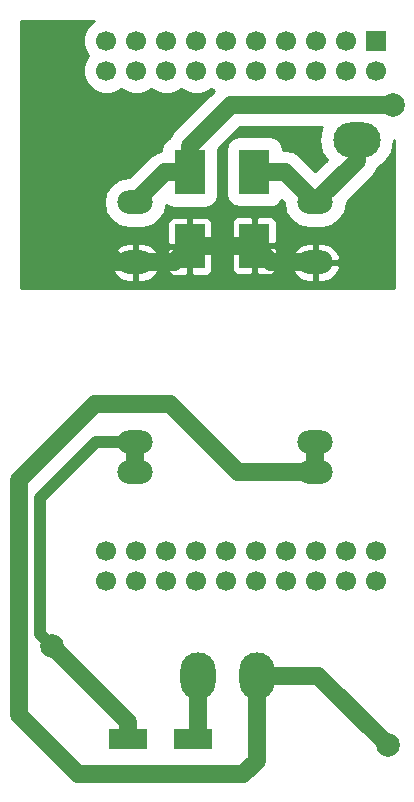
<source format=gbr>
G04 #@! TF.FileFunction,Copper,L2,Bot,Signal*
%FSLAX46Y46*%
G04 Gerber Fmt 4.6, Leading zero omitted, Abs format (unit mm)*
G04 Created by KiCad (PCBNEW 4.0.6+dfsg1-1) date Fri May  4 13:32:49 2018*
%MOMM*%
%LPD*%
G01*
G04 APERTURE LIST*
%ADD10C,0.100000*%
%ADD11O,4.000000X3.000000*%
%ADD12O,3.000000X4.000000*%
%ADD13O,3.000000X2.000000*%
%ADD14C,1.700000*%
%ADD15R,1.700000X1.700000*%
%ADD16R,2.500000X3.750000*%
%ADD17R,3.300000X1.700000*%
%ADD18C,2.000000*%
%ADD19C,1.500000*%
%ADD20C,1.000000*%
%ADD21C,0.254000*%
G04 APERTURE END LIST*
D10*
D11*
X29610000Y55680000D03*
D12*
X16140000Y10340000D03*
X21140000Y10340000D03*
D13*
X10860000Y50400000D03*
X10860000Y45320000D03*
X10860000Y27540000D03*
X10860000Y30080000D03*
X26100000Y30080000D03*
X26100000Y27540000D03*
X26100000Y45320000D03*
X26100000Y50400000D03*
D14*
X8430000Y18370000D03*
X8430000Y20910000D03*
X10970000Y18370000D03*
X10970000Y20910000D03*
X13510000Y18370000D03*
X13510000Y20910000D03*
X16050000Y18370000D03*
X16050000Y20910000D03*
X18590000Y18370000D03*
X18590000Y20910000D03*
X21130000Y18370000D03*
X21130000Y20910000D03*
X23670000Y18370000D03*
X23670000Y20910000D03*
X26210000Y18370000D03*
X26210000Y20910000D03*
X28750000Y18370000D03*
X28750000Y20910000D03*
X31290000Y18370000D03*
X31290000Y20910000D03*
D15*
X31290000Y64090000D03*
D14*
X31290000Y61550000D03*
X28750000Y64090000D03*
X28750000Y61550000D03*
X26210000Y64090000D03*
X26210000Y61550000D03*
X23670000Y64090000D03*
X23670000Y61550000D03*
X21130000Y64090000D03*
X21130000Y61550000D03*
X18590000Y64090000D03*
X18590000Y61550000D03*
X16050000Y64090000D03*
X16050000Y61550000D03*
X13510000Y64090000D03*
X13510000Y61550000D03*
X10970000Y64090000D03*
X10970000Y61550000D03*
X8430000Y64090000D03*
X8430000Y61550000D03*
D16*
X15470000Y52935000D03*
X15470000Y46685000D03*
X20950000Y46745000D03*
X20950000Y52995000D03*
D17*
X10250000Y5000000D03*
X15750000Y5000000D03*
D18*
X3840000Y12800000D03*
X32230000Y4420000D03*
X32680000Y58640000D03*
X10160000Y55680000D03*
D19*
X10250000Y5000000D02*
X10250000Y6390000D01*
X10250000Y6390000D02*
X3840000Y12800000D01*
D20*
X10860000Y30080000D02*
X10830000Y30110000D01*
X10830000Y30110000D02*
X7500000Y30110000D01*
X2790000Y13850000D02*
X3840000Y12800000D01*
X2790000Y25400000D02*
X2790000Y13850000D01*
X7500000Y30110000D02*
X2790000Y25400000D01*
D19*
X3880000Y12760000D02*
X3900000Y12760000D01*
X3840000Y12800000D02*
X3880000Y12760000D01*
X10860000Y30080000D02*
X10860000Y27540000D01*
X21140000Y10340000D02*
X26310000Y10340000D01*
X26310000Y10340000D02*
X32230000Y4420000D01*
X1000000Y10300000D02*
X1000000Y7000000D01*
X1000000Y10300000D02*
X1000000Y26900000D01*
X1000000Y26900000D02*
X7430000Y33330000D01*
X7430000Y33330000D02*
X13790000Y33330000D01*
X13790000Y33330000D02*
X19580000Y27540000D01*
X26100000Y27540000D02*
X19580000Y27540000D01*
X21140000Y3140000D02*
X21140000Y10340000D01*
X20000000Y2000000D02*
X21140000Y3140000D01*
X6000000Y2000000D02*
X20000000Y2000000D01*
X1000000Y7000000D02*
X6000000Y2000000D01*
X26100000Y27540000D02*
X26100000Y30080000D01*
X15470000Y55170000D02*
X15470000Y52935000D01*
X18940000Y58640000D02*
X15470000Y55170000D01*
X32680000Y58640000D02*
X18940000Y58640000D01*
X13395000Y52935000D02*
X10860000Y50400000D01*
X15470000Y52935000D02*
X13395000Y52935000D01*
X9290000Y45320000D02*
X10860000Y45320000D01*
X6810000Y47800000D02*
X9290000Y45320000D01*
X6810000Y52330000D02*
X6810000Y47800000D01*
X10160000Y55680000D02*
X6810000Y52330000D01*
X15470000Y46685000D02*
X20890000Y46685000D01*
X20890000Y46685000D02*
X20950000Y46745000D01*
X10860000Y45320000D02*
X14105000Y45320000D01*
X14105000Y45320000D02*
X15470000Y46685000D01*
X26100000Y45320000D02*
X22375000Y45320000D01*
X22375000Y45320000D02*
X20950000Y46745000D01*
X20950000Y52995000D02*
X23505000Y52995000D01*
X23505000Y52995000D02*
X26100000Y50400000D01*
X29610000Y55680000D02*
X29610000Y53910000D01*
X29610000Y53910000D02*
X26100000Y50400000D01*
X26100000Y50400000D02*
X26150000Y50450000D01*
X16140000Y10340000D02*
X16140000Y5390000D01*
X16140000Y5390000D02*
X15750000Y5000000D01*
D21*
G36*
X7311582Y65766997D02*
X6754958Y65211343D01*
X6453344Y64484975D01*
X6452657Y63698476D01*
X6753003Y62971582D01*
X6904098Y62820223D01*
X6754958Y62671343D01*
X6453344Y61944975D01*
X6452657Y61158476D01*
X6753003Y60431582D01*
X7308657Y59874958D01*
X8035025Y59573344D01*
X8821524Y59572657D01*
X9548418Y59873003D01*
X9699777Y60024098D01*
X9848657Y59874958D01*
X10575025Y59573344D01*
X11361524Y59572657D01*
X12088418Y59873003D01*
X12239777Y60024098D01*
X12388657Y59874958D01*
X13115025Y59573344D01*
X13901524Y59572657D01*
X14628418Y59873003D01*
X14779777Y60024098D01*
X14928657Y59874958D01*
X15655025Y59573344D01*
X16441524Y59572657D01*
X17168418Y59873003D01*
X17319777Y60024098D01*
X17468657Y59874958D01*
X17505275Y59859753D01*
X14142761Y56497239D01*
X13735878Y55888297D01*
X13724340Y55830290D01*
X13418781Y55633669D01*
X13161452Y55257056D01*
X13070921Y54810000D01*
X13070921Y54747537D01*
X12704700Y54674691D01*
X12676703Y54669122D01*
X12067760Y54262239D01*
X10332522Y52527000D01*
X10308534Y52527000D01*
X9494566Y52365092D01*
X8804518Y51904016D01*
X8343442Y51213968D01*
X8181534Y50400000D01*
X8343442Y49586032D01*
X8804518Y48895984D01*
X9494566Y48434908D01*
X10308534Y48273000D01*
X11411466Y48273000D01*
X12225434Y48434908D01*
X12601681Y48686309D01*
X13585000Y48686309D01*
X13585000Y46970750D01*
X13743750Y46812000D01*
X15343000Y46812000D01*
X15343000Y49036250D01*
X15597000Y49036250D01*
X15597000Y46812000D01*
X17196250Y46812000D01*
X17355000Y46970750D01*
X17355000Y48686309D01*
X17330148Y48746309D01*
X19065000Y48746309D01*
X19065000Y47030750D01*
X19223750Y46872000D01*
X20823000Y46872000D01*
X20823000Y49096250D01*
X21077000Y49096250D01*
X21077000Y46872000D01*
X22676250Y46872000D01*
X22835000Y47030750D01*
X22835000Y48746309D01*
X22738327Y48979698D01*
X22559699Y49158327D01*
X22326310Y49255000D01*
X21235750Y49255000D01*
X21077000Y49096250D01*
X20823000Y49096250D01*
X20664250Y49255000D01*
X19573690Y49255000D01*
X19340301Y49158327D01*
X19161673Y48979698D01*
X19065000Y48746309D01*
X17330148Y48746309D01*
X17258327Y48919698D01*
X17079699Y49098327D01*
X16846310Y49195000D01*
X15755750Y49195000D01*
X15597000Y49036250D01*
X15343000Y49036250D01*
X15184250Y49195000D01*
X14093690Y49195000D01*
X13860301Y49098327D01*
X13681673Y48919698D01*
X13585000Y48686309D01*
X12601681Y48686309D01*
X12915482Y48895984D01*
X13376558Y49586032D01*
X13496730Y50190181D01*
X13772944Y50001452D01*
X14220000Y49910921D01*
X16720000Y49910921D01*
X17137641Y49989506D01*
X17521219Y50236331D01*
X17778548Y50612944D01*
X17869079Y51060000D01*
X17869079Y54810000D01*
X17852514Y54898036D01*
X19717478Y56763000D01*
X26673617Y56763000D01*
X26621706Y56685309D01*
X26421738Y55680000D01*
X26621706Y54674691D01*
X27061706Y54016184D01*
X26100000Y53054478D01*
X24832239Y54322239D01*
X24223297Y54729122D01*
X23505000Y54872000D01*
X23348703Y54872000D01*
X23270494Y55287641D01*
X23023669Y55671219D01*
X22647056Y55928548D01*
X22200000Y56019079D01*
X19700000Y56019079D01*
X19282359Y55940494D01*
X18898781Y55693669D01*
X18641452Y55317056D01*
X18550921Y54870000D01*
X18550921Y51120000D01*
X18629506Y50702359D01*
X18876331Y50318781D01*
X19252944Y50061452D01*
X19700000Y49970921D01*
X22200000Y49970921D01*
X22617641Y50049506D01*
X23001219Y50296331D01*
X23223651Y50621871D01*
X23425514Y50420008D01*
X23421534Y50400000D01*
X23583442Y49586032D01*
X24044518Y48895984D01*
X24734566Y48434908D01*
X25548534Y48273000D01*
X26651466Y48273000D01*
X27465434Y48434908D01*
X28155482Y48895984D01*
X28616558Y49586032D01*
X28778466Y50400000D01*
X28774486Y50420008D01*
X30937240Y52582761D01*
X31251443Y53053000D01*
X31344122Y53191703D01*
X31383859Y53391473D01*
X32028832Y53822430D01*
X32598294Y54674691D01*
X32798000Y55678683D01*
X32798000Y43127000D01*
X1202000Y43127000D01*
X1202000Y44939566D01*
X8769876Y44939566D01*
X8800856Y44811645D01*
X9114078Y44253683D01*
X9616980Y43858058D01*
X10233000Y43685000D01*
X10733000Y43685000D01*
X10733000Y45193000D01*
X10987000Y45193000D01*
X10987000Y43685000D01*
X11487000Y43685000D01*
X12103020Y43858058D01*
X12605922Y44253683D01*
X12919144Y44811645D01*
X12950124Y44939566D01*
X12830777Y45193000D01*
X10987000Y45193000D01*
X10733000Y45193000D01*
X8889223Y45193000D01*
X8769876Y44939566D01*
X1202000Y44939566D01*
X1202000Y45700434D01*
X8769876Y45700434D01*
X8889223Y45447000D01*
X10733000Y45447000D01*
X10733000Y46955000D01*
X10987000Y46955000D01*
X10987000Y45447000D01*
X12830777Y45447000D01*
X12950124Y45700434D01*
X12919144Y45828355D01*
X12605922Y46386317D01*
X12589483Y46399250D01*
X13585000Y46399250D01*
X13585000Y44683691D01*
X13681673Y44450302D01*
X13860301Y44271673D01*
X14093690Y44175000D01*
X15184250Y44175000D01*
X15343000Y44333750D01*
X15343000Y46558000D01*
X15597000Y46558000D01*
X15597000Y44333750D01*
X15755750Y44175000D01*
X16846310Y44175000D01*
X17079699Y44271673D01*
X17258327Y44450302D01*
X17355000Y44683691D01*
X17355000Y46399250D01*
X17295000Y46459250D01*
X19065000Y46459250D01*
X19065000Y44743691D01*
X19161673Y44510302D01*
X19340301Y44331673D01*
X19573690Y44235000D01*
X20664250Y44235000D01*
X20823000Y44393750D01*
X20823000Y46618000D01*
X21077000Y46618000D01*
X21077000Y44393750D01*
X21235750Y44235000D01*
X22326310Y44235000D01*
X22559699Y44331673D01*
X22738327Y44510302D01*
X22835000Y44743691D01*
X22835000Y44939566D01*
X24009876Y44939566D01*
X24040856Y44811645D01*
X24354078Y44253683D01*
X24856980Y43858058D01*
X25473000Y43685000D01*
X25973000Y43685000D01*
X25973000Y45193000D01*
X26227000Y45193000D01*
X26227000Y43685000D01*
X26727000Y43685000D01*
X27343020Y43858058D01*
X27845922Y44253683D01*
X28159144Y44811645D01*
X28190124Y44939566D01*
X28070777Y45193000D01*
X26227000Y45193000D01*
X25973000Y45193000D01*
X24129223Y45193000D01*
X24009876Y44939566D01*
X22835000Y44939566D01*
X22835000Y45700434D01*
X24009876Y45700434D01*
X24129223Y45447000D01*
X25973000Y45447000D01*
X25973000Y46955000D01*
X26227000Y46955000D01*
X26227000Y45447000D01*
X28070777Y45447000D01*
X28190124Y45700434D01*
X28159144Y45828355D01*
X27845922Y46386317D01*
X27343020Y46781942D01*
X26727000Y46955000D01*
X26227000Y46955000D01*
X25973000Y46955000D01*
X25473000Y46955000D01*
X24856980Y46781942D01*
X24354078Y46386317D01*
X24040856Y45828355D01*
X24009876Y45700434D01*
X22835000Y45700434D01*
X22835000Y46459250D01*
X22676250Y46618000D01*
X21077000Y46618000D01*
X20823000Y46618000D01*
X19223750Y46618000D01*
X19065000Y46459250D01*
X17295000Y46459250D01*
X17196250Y46558000D01*
X15597000Y46558000D01*
X15343000Y46558000D01*
X13743750Y46558000D01*
X13585000Y46399250D01*
X12589483Y46399250D01*
X12103020Y46781942D01*
X11487000Y46955000D01*
X10987000Y46955000D01*
X10733000Y46955000D01*
X10233000Y46955000D01*
X9616980Y46781942D01*
X9114078Y46386317D01*
X8800856Y45828355D01*
X8769876Y45700434D01*
X1202000Y45700434D01*
X1202000Y65798000D01*
X7386615Y65798000D01*
X7311582Y65766997D01*
X7311582Y65766997D01*
G37*
X7311582Y65766997D02*
X6754958Y65211343D01*
X6453344Y64484975D01*
X6452657Y63698476D01*
X6753003Y62971582D01*
X6904098Y62820223D01*
X6754958Y62671343D01*
X6453344Y61944975D01*
X6452657Y61158476D01*
X6753003Y60431582D01*
X7308657Y59874958D01*
X8035025Y59573344D01*
X8821524Y59572657D01*
X9548418Y59873003D01*
X9699777Y60024098D01*
X9848657Y59874958D01*
X10575025Y59573344D01*
X11361524Y59572657D01*
X12088418Y59873003D01*
X12239777Y60024098D01*
X12388657Y59874958D01*
X13115025Y59573344D01*
X13901524Y59572657D01*
X14628418Y59873003D01*
X14779777Y60024098D01*
X14928657Y59874958D01*
X15655025Y59573344D01*
X16441524Y59572657D01*
X17168418Y59873003D01*
X17319777Y60024098D01*
X17468657Y59874958D01*
X17505275Y59859753D01*
X14142761Y56497239D01*
X13735878Y55888297D01*
X13724340Y55830290D01*
X13418781Y55633669D01*
X13161452Y55257056D01*
X13070921Y54810000D01*
X13070921Y54747537D01*
X12704700Y54674691D01*
X12676703Y54669122D01*
X12067760Y54262239D01*
X10332522Y52527000D01*
X10308534Y52527000D01*
X9494566Y52365092D01*
X8804518Y51904016D01*
X8343442Y51213968D01*
X8181534Y50400000D01*
X8343442Y49586032D01*
X8804518Y48895984D01*
X9494566Y48434908D01*
X10308534Y48273000D01*
X11411466Y48273000D01*
X12225434Y48434908D01*
X12601681Y48686309D01*
X13585000Y48686309D01*
X13585000Y46970750D01*
X13743750Y46812000D01*
X15343000Y46812000D01*
X15343000Y49036250D01*
X15597000Y49036250D01*
X15597000Y46812000D01*
X17196250Y46812000D01*
X17355000Y46970750D01*
X17355000Y48686309D01*
X17330148Y48746309D01*
X19065000Y48746309D01*
X19065000Y47030750D01*
X19223750Y46872000D01*
X20823000Y46872000D01*
X20823000Y49096250D01*
X21077000Y49096250D01*
X21077000Y46872000D01*
X22676250Y46872000D01*
X22835000Y47030750D01*
X22835000Y48746309D01*
X22738327Y48979698D01*
X22559699Y49158327D01*
X22326310Y49255000D01*
X21235750Y49255000D01*
X21077000Y49096250D01*
X20823000Y49096250D01*
X20664250Y49255000D01*
X19573690Y49255000D01*
X19340301Y49158327D01*
X19161673Y48979698D01*
X19065000Y48746309D01*
X17330148Y48746309D01*
X17258327Y48919698D01*
X17079699Y49098327D01*
X16846310Y49195000D01*
X15755750Y49195000D01*
X15597000Y49036250D01*
X15343000Y49036250D01*
X15184250Y49195000D01*
X14093690Y49195000D01*
X13860301Y49098327D01*
X13681673Y48919698D01*
X13585000Y48686309D01*
X12601681Y48686309D01*
X12915482Y48895984D01*
X13376558Y49586032D01*
X13496730Y50190181D01*
X13772944Y50001452D01*
X14220000Y49910921D01*
X16720000Y49910921D01*
X17137641Y49989506D01*
X17521219Y50236331D01*
X17778548Y50612944D01*
X17869079Y51060000D01*
X17869079Y54810000D01*
X17852514Y54898036D01*
X19717478Y56763000D01*
X26673617Y56763000D01*
X26621706Y56685309D01*
X26421738Y55680000D01*
X26621706Y54674691D01*
X27061706Y54016184D01*
X26100000Y53054478D01*
X24832239Y54322239D01*
X24223297Y54729122D01*
X23505000Y54872000D01*
X23348703Y54872000D01*
X23270494Y55287641D01*
X23023669Y55671219D01*
X22647056Y55928548D01*
X22200000Y56019079D01*
X19700000Y56019079D01*
X19282359Y55940494D01*
X18898781Y55693669D01*
X18641452Y55317056D01*
X18550921Y54870000D01*
X18550921Y51120000D01*
X18629506Y50702359D01*
X18876331Y50318781D01*
X19252944Y50061452D01*
X19700000Y49970921D01*
X22200000Y49970921D01*
X22617641Y50049506D01*
X23001219Y50296331D01*
X23223651Y50621871D01*
X23425514Y50420008D01*
X23421534Y50400000D01*
X23583442Y49586032D01*
X24044518Y48895984D01*
X24734566Y48434908D01*
X25548534Y48273000D01*
X26651466Y48273000D01*
X27465434Y48434908D01*
X28155482Y48895984D01*
X28616558Y49586032D01*
X28778466Y50400000D01*
X28774486Y50420008D01*
X30937240Y52582761D01*
X31251443Y53053000D01*
X31344122Y53191703D01*
X31383859Y53391473D01*
X32028832Y53822430D01*
X32598294Y54674691D01*
X32798000Y55678683D01*
X32798000Y43127000D01*
X1202000Y43127000D01*
X1202000Y44939566D01*
X8769876Y44939566D01*
X8800856Y44811645D01*
X9114078Y44253683D01*
X9616980Y43858058D01*
X10233000Y43685000D01*
X10733000Y43685000D01*
X10733000Y45193000D01*
X10987000Y45193000D01*
X10987000Y43685000D01*
X11487000Y43685000D01*
X12103020Y43858058D01*
X12605922Y44253683D01*
X12919144Y44811645D01*
X12950124Y44939566D01*
X12830777Y45193000D01*
X10987000Y45193000D01*
X10733000Y45193000D01*
X8889223Y45193000D01*
X8769876Y44939566D01*
X1202000Y44939566D01*
X1202000Y45700434D01*
X8769876Y45700434D01*
X8889223Y45447000D01*
X10733000Y45447000D01*
X10733000Y46955000D01*
X10987000Y46955000D01*
X10987000Y45447000D01*
X12830777Y45447000D01*
X12950124Y45700434D01*
X12919144Y45828355D01*
X12605922Y46386317D01*
X12589483Y46399250D01*
X13585000Y46399250D01*
X13585000Y44683691D01*
X13681673Y44450302D01*
X13860301Y44271673D01*
X14093690Y44175000D01*
X15184250Y44175000D01*
X15343000Y44333750D01*
X15343000Y46558000D01*
X15597000Y46558000D01*
X15597000Y44333750D01*
X15755750Y44175000D01*
X16846310Y44175000D01*
X17079699Y44271673D01*
X17258327Y44450302D01*
X17355000Y44683691D01*
X17355000Y46399250D01*
X17295000Y46459250D01*
X19065000Y46459250D01*
X19065000Y44743691D01*
X19161673Y44510302D01*
X19340301Y44331673D01*
X19573690Y44235000D01*
X20664250Y44235000D01*
X20823000Y44393750D01*
X20823000Y46618000D01*
X21077000Y46618000D01*
X21077000Y44393750D01*
X21235750Y44235000D01*
X22326310Y44235000D01*
X22559699Y44331673D01*
X22738327Y44510302D01*
X22835000Y44743691D01*
X22835000Y44939566D01*
X24009876Y44939566D01*
X24040856Y44811645D01*
X24354078Y44253683D01*
X24856980Y43858058D01*
X25473000Y43685000D01*
X25973000Y43685000D01*
X25973000Y45193000D01*
X26227000Y45193000D01*
X26227000Y43685000D01*
X26727000Y43685000D01*
X27343020Y43858058D01*
X27845922Y44253683D01*
X28159144Y44811645D01*
X28190124Y44939566D01*
X28070777Y45193000D01*
X26227000Y45193000D01*
X25973000Y45193000D01*
X24129223Y45193000D01*
X24009876Y44939566D01*
X22835000Y44939566D01*
X22835000Y45700434D01*
X24009876Y45700434D01*
X24129223Y45447000D01*
X25973000Y45447000D01*
X25973000Y46955000D01*
X26227000Y46955000D01*
X26227000Y45447000D01*
X28070777Y45447000D01*
X28190124Y45700434D01*
X28159144Y45828355D01*
X27845922Y46386317D01*
X27343020Y46781942D01*
X26727000Y46955000D01*
X26227000Y46955000D01*
X25973000Y46955000D01*
X25473000Y46955000D01*
X24856980Y46781942D01*
X24354078Y46386317D01*
X24040856Y45828355D01*
X24009876Y45700434D01*
X22835000Y45700434D01*
X22835000Y46459250D01*
X22676250Y46618000D01*
X21077000Y46618000D01*
X20823000Y46618000D01*
X19223750Y46618000D01*
X19065000Y46459250D01*
X17295000Y46459250D01*
X17196250Y46558000D01*
X15597000Y46558000D01*
X15343000Y46558000D01*
X13743750Y46558000D01*
X13585000Y46399250D01*
X12589483Y46399250D01*
X12103020Y46781942D01*
X11487000Y46955000D01*
X10987000Y46955000D01*
X10733000Y46955000D01*
X10233000Y46955000D01*
X9616980Y46781942D01*
X9114078Y46386317D01*
X8800856Y45828355D01*
X8769876Y45700434D01*
X1202000Y45700434D01*
X1202000Y65798000D01*
X7386615Y65798000D01*
X7311582Y65766997D01*
G36*
X28943748Y61564142D02*
X28929605Y61550000D01*
X28943748Y61535857D01*
X28764143Y61356252D01*
X28750000Y61370395D01*
X28735858Y61356252D01*
X28556253Y61535857D01*
X28570395Y61550000D01*
X28556253Y61564142D01*
X28735858Y61743747D01*
X28750000Y61729605D01*
X28764143Y61743747D01*
X28943748Y61564142D01*
X28943748Y61564142D01*
G37*
X28943748Y61564142D02*
X28929605Y61550000D01*
X28943748Y61535857D01*
X28764143Y61356252D01*
X28750000Y61370395D01*
X28735858Y61356252D01*
X28556253Y61535857D01*
X28570395Y61550000D01*
X28556253Y61564142D01*
X28735858Y61743747D01*
X28750000Y61729605D01*
X28764143Y61743747D01*
X28943748Y61564142D01*
M02*

</source>
